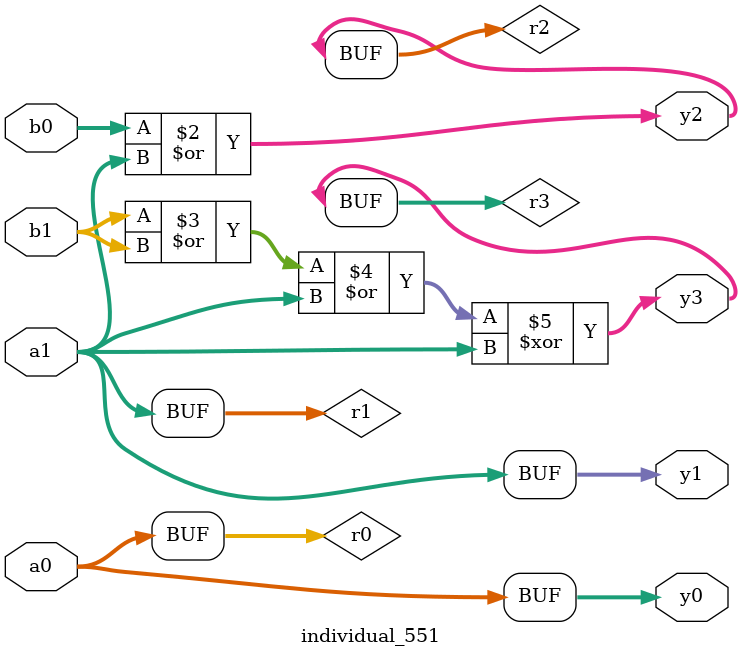
<source format=sv>
module individual_551(input logic [15:0] a1, input logic [15:0] a0, input logic [15:0] b1, input logic [15:0] b0, output logic [15:0] y3, output logic [15:0] y2, output logic [15:0] y1, output logic [15:0] y0);
logic [15:0] r0, r1, r2, r3; 
 always@(*) begin 
	 r0 = a0; r1 = a1; r2 = b0; r3 = b1; 
 	 r2  |=  a1 ;
 	 r3  |=  b1 ;
 	 r3  |=  r1 ;
 	 r3  ^=  r1 ;
 	 y3 = r3; y2 = r2; y1 = r1; y0 = r0; 
end
endmodule
</source>
